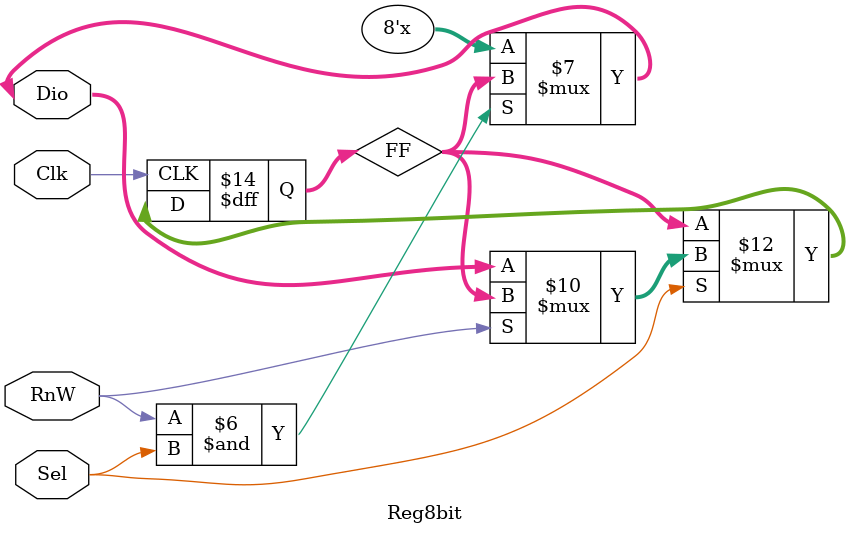
<source format=v>
module Reg8bit(Clk, Sel, RnW, Dio);
input Clk; 
input Sel; 
input RnW; 

inout [7:0] Dio; 

reg [7:0] FF;

always @(posedge Clk)
begin
	if (Sel == 1'b1) 
	begin
		if(RnW == 1'b1) //If read 
		begin
			FF[7:0] <= FF[7:0];
		end
		else //If write
		begin
			FF[7:0] <= Dio[7:0]; 
		end
	end
	else 
	begin
		FF[7:0] <= FF[7:0]; //Idle
	end
end

assign Dio[7:0] = ((RnW == 1'b1)&(Sel == 1'b1))?(FF[7:0]):(8'bZ);

endmodule 

</source>
